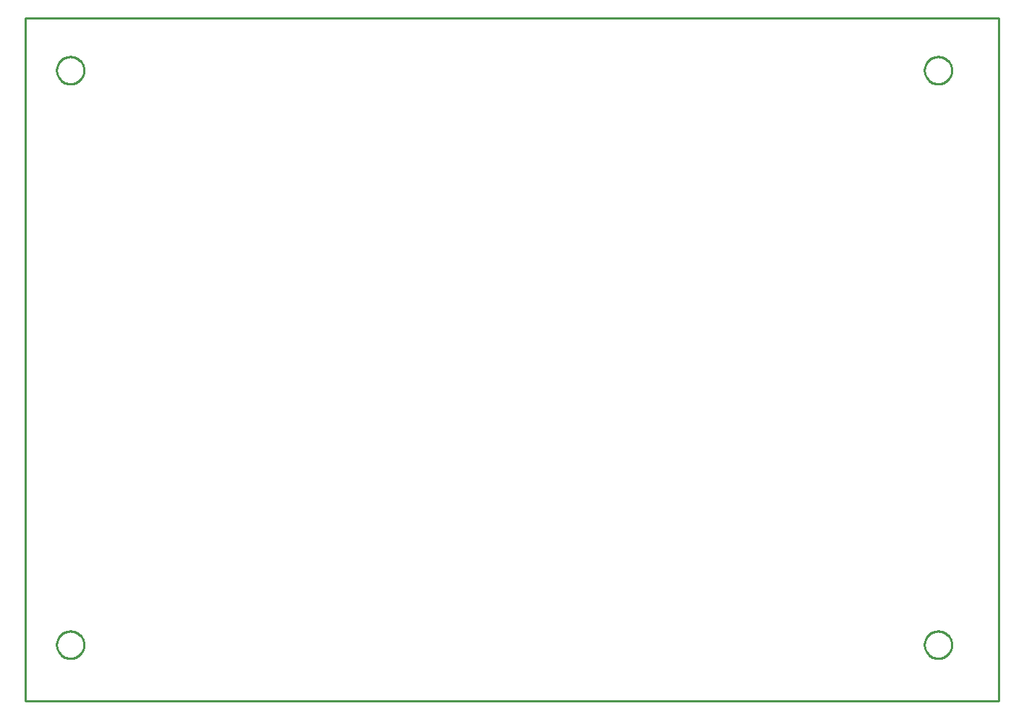
<source format=gbr>
G04 EAGLE Gerber RS-274X export*
G75*
%MOMM*%
%FSLAX34Y34*%
%LPD*%
%IN*%
%IPPOS*%
%AMOC8*
5,1,8,0,0,1.08239X$1,22.5*%
G01*
%ADD10C,0.254000*%


D10*
X0Y0D02*
X1139700Y0D01*
X1139700Y800000D01*
X0Y800000D01*
X0Y0D01*
X68550Y738126D02*
X68482Y737081D01*
X68345Y736042D01*
X68140Y735015D01*
X67869Y734003D01*
X67533Y733011D01*
X67132Y732043D01*
X66668Y731104D01*
X66145Y730196D01*
X65563Y729325D01*
X64925Y728494D01*
X64234Y727707D01*
X63493Y726966D01*
X62706Y726275D01*
X61875Y725638D01*
X61004Y725056D01*
X60096Y724532D01*
X59157Y724068D01*
X58189Y723667D01*
X57197Y723331D01*
X56185Y723060D01*
X55158Y722855D01*
X54119Y722719D01*
X53074Y722650D01*
X52026Y722650D01*
X50981Y722719D01*
X49942Y722855D01*
X48915Y723060D01*
X47903Y723331D01*
X46911Y723667D01*
X45943Y724068D01*
X45004Y724532D01*
X44096Y725056D01*
X43225Y725638D01*
X42394Y726275D01*
X41607Y726966D01*
X40866Y727707D01*
X40175Y728494D01*
X39538Y729325D01*
X38956Y730196D01*
X38432Y731104D01*
X37968Y732043D01*
X37567Y733011D01*
X37231Y734003D01*
X36960Y735015D01*
X36755Y736042D01*
X36619Y737081D01*
X36550Y738126D01*
X36550Y739174D01*
X36619Y740219D01*
X36755Y741258D01*
X36960Y742285D01*
X37231Y743297D01*
X37567Y744289D01*
X37968Y745257D01*
X38432Y746196D01*
X38956Y747104D01*
X39538Y747975D01*
X40175Y748806D01*
X40866Y749593D01*
X41607Y750334D01*
X42394Y751025D01*
X43225Y751663D01*
X44096Y752245D01*
X45004Y752768D01*
X45943Y753232D01*
X46911Y753633D01*
X47903Y753969D01*
X48915Y754240D01*
X49942Y754445D01*
X50981Y754582D01*
X52026Y754650D01*
X53074Y754650D01*
X54119Y754582D01*
X55158Y754445D01*
X56185Y754240D01*
X57197Y753969D01*
X58189Y753633D01*
X59157Y753232D01*
X60096Y752768D01*
X61004Y752245D01*
X61875Y751663D01*
X62706Y751025D01*
X63493Y750334D01*
X64234Y749593D01*
X64925Y748806D01*
X65563Y747975D01*
X66145Y747104D01*
X66668Y746196D01*
X67132Y745257D01*
X67533Y744289D01*
X67869Y743297D01*
X68140Y742285D01*
X68345Y741258D01*
X68482Y740219D01*
X68550Y739174D01*
X68550Y738126D01*
X1084550Y738126D02*
X1084482Y737081D01*
X1084345Y736042D01*
X1084140Y735015D01*
X1083869Y734003D01*
X1083533Y733011D01*
X1083132Y732043D01*
X1082668Y731104D01*
X1082145Y730196D01*
X1081563Y729325D01*
X1080925Y728494D01*
X1080234Y727707D01*
X1079493Y726966D01*
X1078706Y726275D01*
X1077875Y725638D01*
X1077004Y725056D01*
X1076096Y724532D01*
X1075157Y724068D01*
X1074189Y723667D01*
X1073197Y723331D01*
X1072185Y723060D01*
X1071158Y722855D01*
X1070119Y722719D01*
X1069074Y722650D01*
X1068026Y722650D01*
X1066981Y722719D01*
X1065942Y722855D01*
X1064915Y723060D01*
X1063903Y723331D01*
X1062911Y723667D01*
X1061943Y724068D01*
X1061004Y724532D01*
X1060096Y725056D01*
X1059225Y725638D01*
X1058394Y726275D01*
X1057607Y726966D01*
X1056866Y727707D01*
X1056175Y728494D01*
X1055538Y729325D01*
X1054956Y730196D01*
X1054432Y731104D01*
X1053968Y732043D01*
X1053567Y733011D01*
X1053231Y734003D01*
X1052960Y735015D01*
X1052755Y736042D01*
X1052619Y737081D01*
X1052550Y738126D01*
X1052550Y739174D01*
X1052619Y740219D01*
X1052755Y741258D01*
X1052960Y742285D01*
X1053231Y743297D01*
X1053567Y744289D01*
X1053968Y745257D01*
X1054432Y746196D01*
X1054956Y747104D01*
X1055538Y747975D01*
X1056175Y748806D01*
X1056866Y749593D01*
X1057607Y750334D01*
X1058394Y751025D01*
X1059225Y751663D01*
X1060096Y752245D01*
X1061004Y752768D01*
X1061943Y753232D01*
X1062911Y753633D01*
X1063903Y753969D01*
X1064915Y754240D01*
X1065942Y754445D01*
X1066981Y754582D01*
X1068026Y754650D01*
X1069074Y754650D01*
X1070119Y754582D01*
X1071158Y754445D01*
X1072185Y754240D01*
X1073197Y753969D01*
X1074189Y753633D01*
X1075157Y753232D01*
X1076096Y752768D01*
X1077004Y752245D01*
X1077875Y751663D01*
X1078706Y751025D01*
X1079493Y750334D01*
X1080234Y749593D01*
X1080925Y748806D01*
X1081563Y747975D01*
X1082145Y747104D01*
X1082668Y746196D01*
X1083132Y745257D01*
X1083533Y744289D01*
X1083869Y743297D01*
X1084140Y742285D01*
X1084345Y741258D01*
X1084482Y740219D01*
X1084550Y739174D01*
X1084550Y738126D01*
X1084550Y65026D02*
X1084482Y63981D01*
X1084345Y62942D01*
X1084140Y61915D01*
X1083869Y60903D01*
X1083533Y59911D01*
X1083132Y58943D01*
X1082668Y58004D01*
X1082145Y57096D01*
X1081563Y56225D01*
X1080925Y55394D01*
X1080234Y54607D01*
X1079493Y53866D01*
X1078706Y53175D01*
X1077875Y52538D01*
X1077004Y51956D01*
X1076096Y51432D01*
X1075157Y50968D01*
X1074189Y50567D01*
X1073197Y50231D01*
X1072185Y49960D01*
X1071158Y49755D01*
X1070119Y49619D01*
X1069074Y49550D01*
X1068026Y49550D01*
X1066981Y49619D01*
X1065942Y49755D01*
X1064915Y49960D01*
X1063903Y50231D01*
X1062911Y50567D01*
X1061943Y50968D01*
X1061004Y51432D01*
X1060096Y51956D01*
X1059225Y52538D01*
X1058394Y53175D01*
X1057607Y53866D01*
X1056866Y54607D01*
X1056175Y55394D01*
X1055538Y56225D01*
X1054956Y57096D01*
X1054432Y58004D01*
X1053968Y58943D01*
X1053567Y59911D01*
X1053231Y60903D01*
X1052960Y61915D01*
X1052755Y62942D01*
X1052619Y63981D01*
X1052550Y65026D01*
X1052550Y66074D01*
X1052619Y67119D01*
X1052755Y68158D01*
X1052960Y69185D01*
X1053231Y70197D01*
X1053567Y71189D01*
X1053968Y72157D01*
X1054432Y73096D01*
X1054956Y74004D01*
X1055538Y74875D01*
X1056175Y75706D01*
X1056866Y76493D01*
X1057607Y77234D01*
X1058394Y77925D01*
X1059225Y78563D01*
X1060096Y79145D01*
X1061004Y79668D01*
X1061943Y80132D01*
X1062911Y80533D01*
X1063903Y80869D01*
X1064915Y81140D01*
X1065942Y81345D01*
X1066981Y81482D01*
X1068026Y81550D01*
X1069074Y81550D01*
X1070119Y81482D01*
X1071158Y81345D01*
X1072185Y81140D01*
X1073197Y80869D01*
X1074189Y80533D01*
X1075157Y80132D01*
X1076096Y79668D01*
X1077004Y79145D01*
X1077875Y78563D01*
X1078706Y77925D01*
X1079493Y77234D01*
X1080234Y76493D01*
X1080925Y75706D01*
X1081563Y74875D01*
X1082145Y74004D01*
X1082668Y73096D01*
X1083132Y72157D01*
X1083533Y71189D01*
X1083869Y70197D01*
X1084140Y69185D01*
X1084345Y68158D01*
X1084482Y67119D01*
X1084550Y66074D01*
X1084550Y65026D01*
X68550Y65026D02*
X68482Y63981D01*
X68345Y62942D01*
X68140Y61915D01*
X67869Y60903D01*
X67533Y59911D01*
X67132Y58943D01*
X66668Y58004D01*
X66145Y57096D01*
X65563Y56225D01*
X64925Y55394D01*
X64234Y54607D01*
X63493Y53866D01*
X62706Y53175D01*
X61875Y52538D01*
X61004Y51956D01*
X60096Y51432D01*
X59157Y50968D01*
X58189Y50567D01*
X57197Y50231D01*
X56185Y49960D01*
X55158Y49755D01*
X54119Y49619D01*
X53074Y49550D01*
X52026Y49550D01*
X50981Y49619D01*
X49942Y49755D01*
X48915Y49960D01*
X47903Y50231D01*
X46911Y50567D01*
X45943Y50968D01*
X45004Y51432D01*
X44096Y51956D01*
X43225Y52538D01*
X42394Y53175D01*
X41607Y53866D01*
X40866Y54607D01*
X40175Y55394D01*
X39538Y56225D01*
X38956Y57096D01*
X38432Y58004D01*
X37968Y58943D01*
X37567Y59911D01*
X37231Y60903D01*
X36960Y61915D01*
X36755Y62942D01*
X36619Y63981D01*
X36550Y65026D01*
X36550Y66074D01*
X36619Y67119D01*
X36755Y68158D01*
X36960Y69185D01*
X37231Y70197D01*
X37567Y71189D01*
X37968Y72157D01*
X38432Y73096D01*
X38956Y74004D01*
X39538Y74875D01*
X40175Y75706D01*
X40866Y76493D01*
X41607Y77234D01*
X42394Y77925D01*
X43225Y78563D01*
X44096Y79145D01*
X45004Y79668D01*
X45943Y80132D01*
X46911Y80533D01*
X47903Y80869D01*
X48915Y81140D01*
X49942Y81345D01*
X50981Y81482D01*
X52026Y81550D01*
X53074Y81550D01*
X54119Y81482D01*
X55158Y81345D01*
X56185Y81140D01*
X57197Y80869D01*
X58189Y80533D01*
X59157Y80132D01*
X60096Y79668D01*
X61004Y79145D01*
X61875Y78563D01*
X62706Y77925D01*
X63493Y77234D01*
X64234Y76493D01*
X64925Y75706D01*
X65563Y74875D01*
X66145Y74004D01*
X66668Y73096D01*
X67132Y72157D01*
X67533Y71189D01*
X67869Y70197D01*
X68140Y69185D01*
X68345Y68158D01*
X68482Y67119D01*
X68550Y66074D01*
X68550Y65026D01*
M02*

</source>
